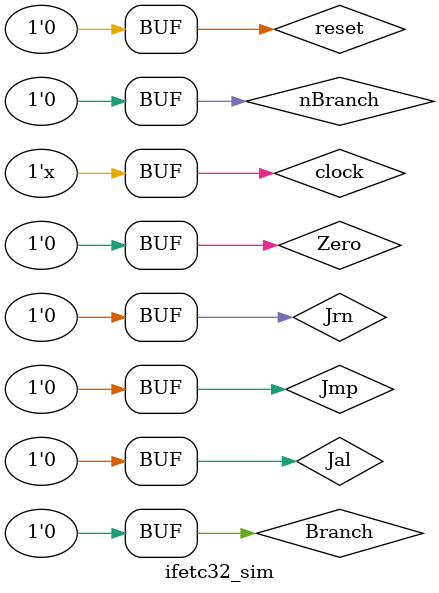
<source format=v>
`timescale 1ns / 1ps


module ifetc32_sim(

    );
    // input
    reg[31:0]  Add_result ;
    reg[31:0]  Read_data_1;
    reg        Branch = 1'b0;
    reg        nBranch = 1'b0;
    reg        Jmp = 1'b0;
    reg        Jal = 1'b0;
    reg        Jrn = 1'b0;
    reg        Zero = 1'b0;
    reg        clock = 1'b0,reset = 1'b1;
    // output
    wire[31:0] Instruction;            // ??????
    wire[31:0] PC_plus_4_out;
    wire[31:0] opcplus4;
    wire[31:0] PC;
    wire[31:0] next_PC;
        
    Ifetc32_2  Ifetc32(Instruction,PC_plus_4_out,Add_result,Read_data_1,Branch,nBranch,Jmp,Jal,Jrn,Zero,clock,reset,opcplus4,
    PC, next_PC
    );

    initial begin
        #100   reset = 1'b0;
//        #100   Jal = 1;
//        #100   begin Jrn = 1;Jal = 0; Read_data_1 = 32'h0000019c;end
//        #100   begin Jrn = 0;Branch = 1'b1; Zero = 1'b1; Add_result = 32'h00000002;end       
//        #100   begin Branch = 1'b0; Zero = 1'b0; end 
    end
    always #50 clock = ~clock;     
endmodule

</source>
